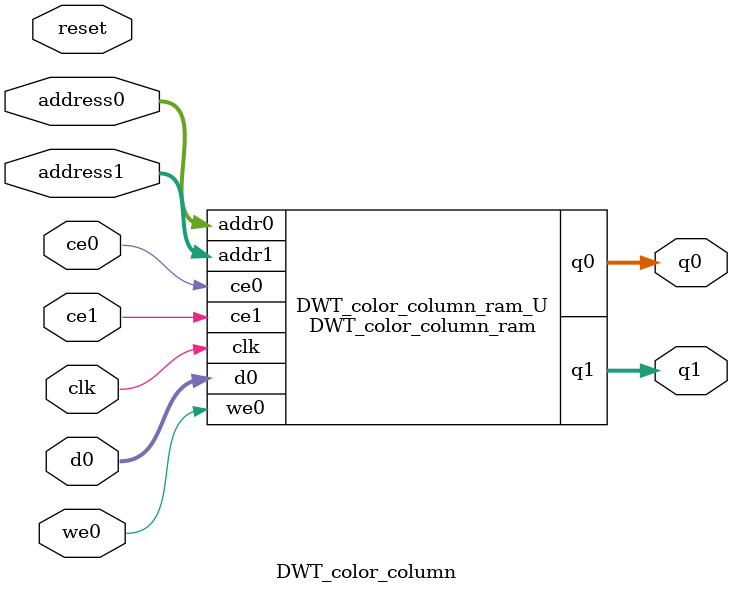
<source format=v>
`timescale 1 ns / 1 ps
module DWT_color_column_ram (addr0, ce0, d0, we0, q0, addr1, ce1, q1,  clk);

parameter DWIDTH = 32;
parameter AWIDTH = 7;
parameter MEM_SIZE = 120;

input[AWIDTH-1:0] addr0;
input ce0;
input[DWIDTH-1:0] d0;
input we0;
output reg[DWIDTH-1:0] q0;
input[AWIDTH-1:0] addr1;
input ce1;
output reg[DWIDTH-1:0] q1;
input clk;

(* ram_style = "block" *)reg [DWIDTH-1:0] ram[0:MEM_SIZE-1];




always @(posedge clk)  
begin 
    if (ce0) 
    begin
        if (we0) 
        begin 
            ram[addr0] <= d0; 
        end 
        q0 <= ram[addr0];
    end
end


always @(posedge clk)  
begin 
    if (ce1) 
    begin
        q1 <= ram[addr1];
    end
end


endmodule

`timescale 1 ns / 1 ps
module DWT_color_column(
    reset,
    clk,
    address0,
    ce0,
    we0,
    d0,
    q0,
    address1,
    ce1,
    q1);

parameter DataWidth = 32'd32;
parameter AddressRange = 32'd120;
parameter AddressWidth = 32'd7;
input reset;
input clk;
input[AddressWidth - 1:0] address0;
input ce0;
input we0;
input[DataWidth - 1:0] d0;
output[DataWidth - 1:0] q0;
input[AddressWidth - 1:0] address1;
input ce1;
output[DataWidth - 1:0] q1;



DWT_color_column_ram DWT_color_column_ram_U(
    .clk( clk ),
    .addr0( address0 ),
    .ce0( ce0 ),
    .we0( we0 ),
    .d0( d0 ),
    .q0( q0 ),
    .addr1( address1 ),
    .ce1( ce1 ),
    .q1( q1 ));

endmodule


</source>
